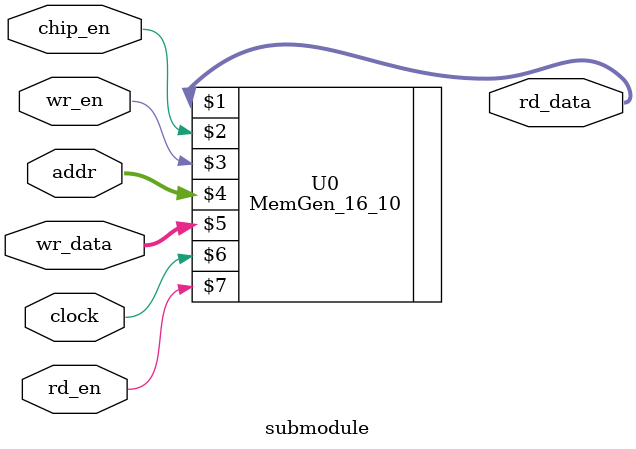
<source format=v>
/*************************************************************************
  > File Name: only_has_one_empty_stdcell.v
  > Author: 16hxliang3
  > Mail: 16hxliang3@stu.edu.cn 
  > Created Time: Mon 09 May 2022 03:31:11 PM CST
 ************************************************************************/
module only_has_one_empty_stdcell(rd_data, chip_en, wr_en, addr, wr_data, clock, rd_en);
  input chip_en, wr_en, clock, rd_en;
  input[9:0] addr;
  input[15:0] wr_data;
  output[15:0] rd_data;
  submodule U1(rd_data, chip_en, wr_en, addr, wr_data, clock, rd_en);
endmodule

module submodule(rd_data, chip_en, wr_en, addr, wr_data, clock, rd_en);
  input chip_en, wr_en, clock, rd_en;
  input[9:0] addr;
  input[15:0] wr_data;
  output[15:0] rd_data;
  MemGen_16_10 U0(rd_data, chip_en, wr_en, addr, wr_data, clock, rd_en);
endmodule

</source>
